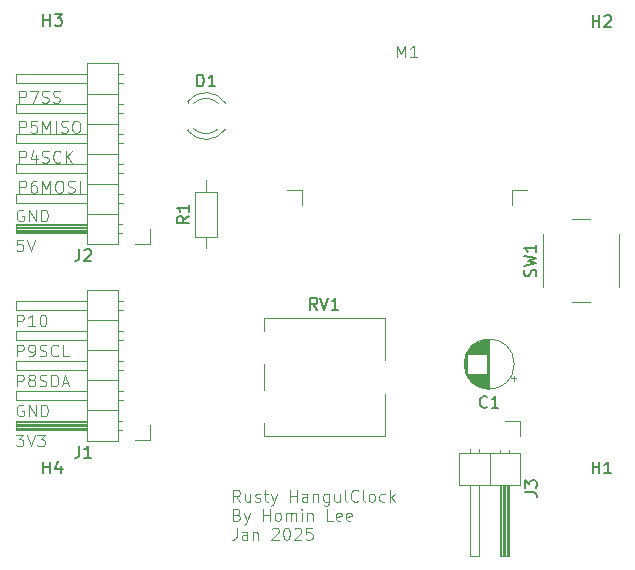
<source format=gbr>
%TF.GenerationSoftware,KiCad,Pcbnew,8.0.7*%
%TF.CreationDate,2025-01-02T11:10:57+09:00*%
%TF.ProjectId,rusty-hangulclock,72757374-792d-4686-916e-67756c636c6f,rev?*%
%TF.SameCoordinates,Original*%
%TF.FileFunction,Legend,Top*%
%TF.FilePolarity,Positive*%
%FSLAX46Y46*%
G04 Gerber Fmt 4.6, Leading zero omitted, Abs format (unit mm)*
G04 Created by KiCad (PCBNEW 8.0.7) date 2025-01-02 11:10:57*
%MOMM*%
%LPD*%
G01*
G04 APERTURE LIST*
%ADD10C,0.100000*%
%ADD11C,0.150000*%
%ADD12C,0.120000*%
G04 APERTURE END LIST*
D10*
X116703884Y-103492419D02*
X116703884Y-102492419D01*
X116703884Y-102492419D02*
X117084836Y-102492419D01*
X117084836Y-102492419D02*
X117180074Y-102540038D01*
X117180074Y-102540038D02*
X117227693Y-102587657D01*
X117227693Y-102587657D02*
X117275312Y-102682895D01*
X117275312Y-102682895D02*
X117275312Y-102825752D01*
X117275312Y-102825752D02*
X117227693Y-102920990D01*
X117227693Y-102920990D02*
X117180074Y-102968609D01*
X117180074Y-102968609D02*
X117084836Y-103016228D01*
X117084836Y-103016228D02*
X116703884Y-103016228D01*
X118132455Y-102492419D02*
X117941979Y-102492419D01*
X117941979Y-102492419D02*
X117846741Y-102540038D01*
X117846741Y-102540038D02*
X117799122Y-102587657D01*
X117799122Y-102587657D02*
X117703884Y-102730514D01*
X117703884Y-102730514D02*
X117656265Y-102920990D01*
X117656265Y-102920990D02*
X117656265Y-103301942D01*
X117656265Y-103301942D02*
X117703884Y-103397180D01*
X117703884Y-103397180D02*
X117751503Y-103444800D01*
X117751503Y-103444800D02*
X117846741Y-103492419D01*
X117846741Y-103492419D02*
X118037217Y-103492419D01*
X118037217Y-103492419D02*
X118132455Y-103444800D01*
X118132455Y-103444800D02*
X118180074Y-103397180D01*
X118180074Y-103397180D02*
X118227693Y-103301942D01*
X118227693Y-103301942D02*
X118227693Y-103063847D01*
X118227693Y-103063847D02*
X118180074Y-102968609D01*
X118180074Y-102968609D02*
X118132455Y-102920990D01*
X118132455Y-102920990D02*
X118037217Y-102873371D01*
X118037217Y-102873371D02*
X117846741Y-102873371D01*
X117846741Y-102873371D02*
X117751503Y-102920990D01*
X117751503Y-102920990D02*
X117703884Y-102968609D01*
X117703884Y-102968609D02*
X117656265Y-103063847D01*
X118656265Y-103492419D02*
X118656265Y-102492419D01*
X118656265Y-102492419D02*
X118989598Y-103206704D01*
X118989598Y-103206704D02*
X119322931Y-102492419D01*
X119322931Y-102492419D02*
X119322931Y-103492419D01*
X119989598Y-102492419D02*
X120180074Y-102492419D01*
X120180074Y-102492419D02*
X120275312Y-102540038D01*
X120275312Y-102540038D02*
X120370550Y-102635276D01*
X120370550Y-102635276D02*
X120418169Y-102825752D01*
X120418169Y-102825752D02*
X120418169Y-103159085D01*
X120418169Y-103159085D02*
X120370550Y-103349561D01*
X120370550Y-103349561D02*
X120275312Y-103444800D01*
X120275312Y-103444800D02*
X120180074Y-103492419D01*
X120180074Y-103492419D02*
X119989598Y-103492419D01*
X119989598Y-103492419D02*
X119894360Y-103444800D01*
X119894360Y-103444800D02*
X119799122Y-103349561D01*
X119799122Y-103349561D02*
X119751503Y-103159085D01*
X119751503Y-103159085D02*
X119751503Y-102825752D01*
X119751503Y-102825752D02*
X119799122Y-102635276D01*
X119799122Y-102635276D02*
X119894360Y-102540038D01*
X119894360Y-102540038D02*
X119989598Y-102492419D01*
X120799122Y-103444800D02*
X120941979Y-103492419D01*
X120941979Y-103492419D02*
X121180074Y-103492419D01*
X121180074Y-103492419D02*
X121275312Y-103444800D01*
X121275312Y-103444800D02*
X121322931Y-103397180D01*
X121322931Y-103397180D02*
X121370550Y-103301942D01*
X121370550Y-103301942D02*
X121370550Y-103206704D01*
X121370550Y-103206704D02*
X121322931Y-103111466D01*
X121322931Y-103111466D02*
X121275312Y-103063847D01*
X121275312Y-103063847D02*
X121180074Y-103016228D01*
X121180074Y-103016228D02*
X120989598Y-102968609D01*
X120989598Y-102968609D02*
X120894360Y-102920990D01*
X120894360Y-102920990D02*
X120846741Y-102873371D01*
X120846741Y-102873371D02*
X120799122Y-102778133D01*
X120799122Y-102778133D02*
X120799122Y-102682895D01*
X120799122Y-102682895D02*
X120846741Y-102587657D01*
X120846741Y-102587657D02*
X120894360Y-102540038D01*
X120894360Y-102540038D02*
X120989598Y-102492419D01*
X120989598Y-102492419D02*
X121227693Y-102492419D01*
X121227693Y-102492419D02*
X121370550Y-102540038D01*
X121799122Y-103492419D02*
X121799122Y-102492419D01*
X116703884Y-98412419D02*
X116703884Y-97412419D01*
X116703884Y-97412419D02*
X117084836Y-97412419D01*
X117084836Y-97412419D02*
X117180074Y-97460038D01*
X117180074Y-97460038D02*
X117227693Y-97507657D01*
X117227693Y-97507657D02*
X117275312Y-97602895D01*
X117275312Y-97602895D02*
X117275312Y-97745752D01*
X117275312Y-97745752D02*
X117227693Y-97840990D01*
X117227693Y-97840990D02*
X117180074Y-97888609D01*
X117180074Y-97888609D02*
X117084836Y-97936228D01*
X117084836Y-97936228D02*
X116703884Y-97936228D01*
X118180074Y-97412419D02*
X117703884Y-97412419D01*
X117703884Y-97412419D02*
X117656265Y-97888609D01*
X117656265Y-97888609D02*
X117703884Y-97840990D01*
X117703884Y-97840990D02*
X117799122Y-97793371D01*
X117799122Y-97793371D02*
X118037217Y-97793371D01*
X118037217Y-97793371D02*
X118132455Y-97840990D01*
X118132455Y-97840990D02*
X118180074Y-97888609D01*
X118180074Y-97888609D02*
X118227693Y-97983847D01*
X118227693Y-97983847D02*
X118227693Y-98221942D01*
X118227693Y-98221942D02*
X118180074Y-98317180D01*
X118180074Y-98317180D02*
X118132455Y-98364800D01*
X118132455Y-98364800D02*
X118037217Y-98412419D01*
X118037217Y-98412419D02*
X117799122Y-98412419D01*
X117799122Y-98412419D02*
X117703884Y-98364800D01*
X117703884Y-98364800D02*
X117656265Y-98317180D01*
X118656265Y-98412419D02*
X118656265Y-97412419D01*
X118656265Y-97412419D02*
X118989598Y-98126704D01*
X118989598Y-98126704D02*
X119322931Y-97412419D01*
X119322931Y-97412419D02*
X119322931Y-98412419D01*
X119799122Y-98412419D02*
X119799122Y-97412419D01*
X120227693Y-98364800D02*
X120370550Y-98412419D01*
X120370550Y-98412419D02*
X120608645Y-98412419D01*
X120608645Y-98412419D02*
X120703883Y-98364800D01*
X120703883Y-98364800D02*
X120751502Y-98317180D01*
X120751502Y-98317180D02*
X120799121Y-98221942D01*
X120799121Y-98221942D02*
X120799121Y-98126704D01*
X120799121Y-98126704D02*
X120751502Y-98031466D01*
X120751502Y-98031466D02*
X120703883Y-97983847D01*
X120703883Y-97983847D02*
X120608645Y-97936228D01*
X120608645Y-97936228D02*
X120418169Y-97888609D01*
X120418169Y-97888609D02*
X120322931Y-97840990D01*
X120322931Y-97840990D02*
X120275312Y-97793371D01*
X120275312Y-97793371D02*
X120227693Y-97698133D01*
X120227693Y-97698133D02*
X120227693Y-97602895D01*
X120227693Y-97602895D02*
X120275312Y-97507657D01*
X120275312Y-97507657D02*
X120322931Y-97460038D01*
X120322931Y-97460038D02*
X120418169Y-97412419D01*
X120418169Y-97412419D02*
X120656264Y-97412419D01*
X120656264Y-97412419D02*
X120799121Y-97460038D01*
X121418169Y-97412419D02*
X121608645Y-97412419D01*
X121608645Y-97412419D02*
X121703883Y-97460038D01*
X121703883Y-97460038D02*
X121799121Y-97555276D01*
X121799121Y-97555276D02*
X121846740Y-97745752D01*
X121846740Y-97745752D02*
X121846740Y-98079085D01*
X121846740Y-98079085D02*
X121799121Y-98269561D01*
X121799121Y-98269561D02*
X121703883Y-98364800D01*
X121703883Y-98364800D02*
X121608645Y-98412419D01*
X121608645Y-98412419D02*
X121418169Y-98412419D01*
X121418169Y-98412419D02*
X121322931Y-98364800D01*
X121322931Y-98364800D02*
X121227693Y-98269561D01*
X121227693Y-98269561D02*
X121180074Y-98079085D01*
X121180074Y-98079085D02*
X121180074Y-97745752D01*
X121180074Y-97745752D02*
X121227693Y-97555276D01*
X121227693Y-97555276D02*
X121322931Y-97460038D01*
X121322931Y-97460038D02*
X121418169Y-97412419D01*
X117032693Y-104965038D02*
X116937455Y-104917419D01*
X116937455Y-104917419D02*
X116794598Y-104917419D01*
X116794598Y-104917419D02*
X116651741Y-104965038D01*
X116651741Y-104965038D02*
X116556503Y-105060276D01*
X116556503Y-105060276D02*
X116508884Y-105155514D01*
X116508884Y-105155514D02*
X116461265Y-105345990D01*
X116461265Y-105345990D02*
X116461265Y-105488847D01*
X116461265Y-105488847D02*
X116508884Y-105679323D01*
X116508884Y-105679323D02*
X116556503Y-105774561D01*
X116556503Y-105774561D02*
X116651741Y-105869800D01*
X116651741Y-105869800D02*
X116794598Y-105917419D01*
X116794598Y-105917419D02*
X116889836Y-105917419D01*
X116889836Y-105917419D02*
X117032693Y-105869800D01*
X117032693Y-105869800D02*
X117080312Y-105822180D01*
X117080312Y-105822180D02*
X117080312Y-105488847D01*
X117080312Y-105488847D02*
X116889836Y-105488847D01*
X117508884Y-105917419D02*
X117508884Y-104917419D01*
X117508884Y-104917419D02*
X118080312Y-105917419D01*
X118080312Y-105917419D02*
X118080312Y-104917419D01*
X118556503Y-105917419D02*
X118556503Y-104917419D01*
X118556503Y-104917419D02*
X118794598Y-104917419D01*
X118794598Y-104917419D02*
X118937455Y-104965038D01*
X118937455Y-104965038D02*
X119032693Y-105060276D01*
X119032693Y-105060276D02*
X119080312Y-105155514D01*
X119080312Y-105155514D02*
X119127931Y-105345990D01*
X119127931Y-105345990D02*
X119127931Y-105488847D01*
X119127931Y-105488847D02*
X119080312Y-105679323D01*
X119080312Y-105679323D02*
X119032693Y-105774561D01*
X119032693Y-105774561D02*
X118937455Y-105869800D01*
X118937455Y-105869800D02*
X118794598Y-105917419D01*
X118794598Y-105917419D02*
X118556503Y-105917419D01*
X117032693Y-121475038D02*
X116937455Y-121427419D01*
X116937455Y-121427419D02*
X116794598Y-121427419D01*
X116794598Y-121427419D02*
X116651741Y-121475038D01*
X116651741Y-121475038D02*
X116556503Y-121570276D01*
X116556503Y-121570276D02*
X116508884Y-121665514D01*
X116508884Y-121665514D02*
X116461265Y-121855990D01*
X116461265Y-121855990D02*
X116461265Y-121998847D01*
X116461265Y-121998847D02*
X116508884Y-122189323D01*
X116508884Y-122189323D02*
X116556503Y-122284561D01*
X116556503Y-122284561D02*
X116651741Y-122379800D01*
X116651741Y-122379800D02*
X116794598Y-122427419D01*
X116794598Y-122427419D02*
X116889836Y-122427419D01*
X116889836Y-122427419D02*
X117032693Y-122379800D01*
X117032693Y-122379800D02*
X117080312Y-122332180D01*
X117080312Y-122332180D02*
X117080312Y-121998847D01*
X117080312Y-121998847D02*
X116889836Y-121998847D01*
X117508884Y-122427419D02*
X117508884Y-121427419D01*
X117508884Y-121427419D02*
X118080312Y-122427419D01*
X118080312Y-122427419D02*
X118080312Y-121427419D01*
X118556503Y-122427419D02*
X118556503Y-121427419D01*
X118556503Y-121427419D02*
X118794598Y-121427419D01*
X118794598Y-121427419D02*
X118937455Y-121475038D01*
X118937455Y-121475038D02*
X119032693Y-121570276D01*
X119032693Y-121570276D02*
X119080312Y-121665514D01*
X119080312Y-121665514D02*
X119127931Y-121855990D01*
X119127931Y-121855990D02*
X119127931Y-121998847D01*
X119127931Y-121998847D02*
X119080312Y-122189323D01*
X119080312Y-122189323D02*
X119032693Y-122284561D01*
X119032693Y-122284561D02*
X118937455Y-122379800D01*
X118937455Y-122379800D02*
X118794598Y-122427419D01*
X118794598Y-122427419D02*
X118556503Y-122427419D01*
X116508884Y-117347419D02*
X116508884Y-116347419D01*
X116508884Y-116347419D02*
X116889836Y-116347419D01*
X116889836Y-116347419D02*
X116985074Y-116395038D01*
X116985074Y-116395038D02*
X117032693Y-116442657D01*
X117032693Y-116442657D02*
X117080312Y-116537895D01*
X117080312Y-116537895D02*
X117080312Y-116680752D01*
X117080312Y-116680752D02*
X117032693Y-116775990D01*
X117032693Y-116775990D02*
X116985074Y-116823609D01*
X116985074Y-116823609D02*
X116889836Y-116871228D01*
X116889836Y-116871228D02*
X116508884Y-116871228D01*
X117556503Y-117347419D02*
X117746979Y-117347419D01*
X117746979Y-117347419D02*
X117842217Y-117299800D01*
X117842217Y-117299800D02*
X117889836Y-117252180D01*
X117889836Y-117252180D02*
X117985074Y-117109323D01*
X117985074Y-117109323D02*
X118032693Y-116918847D01*
X118032693Y-116918847D02*
X118032693Y-116537895D01*
X118032693Y-116537895D02*
X117985074Y-116442657D01*
X117985074Y-116442657D02*
X117937455Y-116395038D01*
X117937455Y-116395038D02*
X117842217Y-116347419D01*
X117842217Y-116347419D02*
X117651741Y-116347419D01*
X117651741Y-116347419D02*
X117556503Y-116395038D01*
X117556503Y-116395038D02*
X117508884Y-116442657D01*
X117508884Y-116442657D02*
X117461265Y-116537895D01*
X117461265Y-116537895D02*
X117461265Y-116775990D01*
X117461265Y-116775990D02*
X117508884Y-116871228D01*
X117508884Y-116871228D02*
X117556503Y-116918847D01*
X117556503Y-116918847D02*
X117651741Y-116966466D01*
X117651741Y-116966466D02*
X117842217Y-116966466D01*
X117842217Y-116966466D02*
X117937455Y-116918847D01*
X117937455Y-116918847D02*
X117985074Y-116871228D01*
X117985074Y-116871228D02*
X118032693Y-116775990D01*
X118413646Y-117299800D02*
X118556503Y-117347419D01*
X118556503Y-117347419D02*
X118794598Y-117347419D01*
X118794598Y-117347419D02*
X118889836Y-117299800D01*
X118889836Y-117299800D02*
X118937455Y-117252180D01*
X118937455Y-117252180D02*
X118985074Y-117156942D01*
X118985074Y-117156942D02*
X118985074Y-117061704D01*
X118985074Y-117061704D02*
X118937455Y-116966466D01*
X118937455Y-116966466D02*
X118889836Y-116918847D01*
X118889836Y-116918847D02*
X118794598Y-116871228D01*
X118794598Y-116871228D02*
X118604122Y-116823609D01*
X118604122Y-116823609D02*
X118508884Y-116775990D01*
X118508884Y-116775990D02*
X118461265Y-116728371D01*
X118461265Y-116728371D02*
X118413646Y-116633133D01*
X118413646Y-116633133D02*
X118413646Y-116537895D01*
X118413646Y-116537895D02*
X118461265Y-116442657D01*
X118461265Y-116442657D02*
X118508884Y-116395038D01*
X118508884Y-116395038D02*
X118604122Y-116347419D01*
X118604122Y-116347419D02*
X118842217Y-116347419D01*
X118842217Y-116347419D02*
X118985074Y-116395038D01*
X119985074Y-117252180D02*
X119937455Y-117299800D01*
X119937455Y-117299800D02*
X119794598Y-117347419D01*
X119794598Y-117347419D02*
X119699360Y-117347419D01*
X119699360Y-117347419D02*
X119556503Y-117299800D01*
X119556503Y-117299800D02*
X119461265Y-117204561D01*
X119461265Y-117204561D02*
X119413646Y-117109323D01*
X119413646Y-117109323D02*
X119366027Y-116918847D01*
X119366027Y-116918847D02*
X119366027Y-116775990D01*
X119366027Y-116775990D02*
X119413646Y-116585514D01*
X119413646Y-116585514D02*
X119461265Y-116490276D01*
X119461265Y-116490276D02*
X119556503Y-116395038D01*
X119556503Y-116395038D02*
X119699360Y-116347419D01*
X119699360Y-116347419D02*
X119794598Y-116347419D01*
X119794598Y-116347419D02*
X119937455Y-116395038D01*
X119937455Y-116395038D02*
X119985074Y-116442657D01*
X120889836Y-117347419D02*
X120413646Y-117347419D01*
X120413646Y-117347419D02*
X120413646Y-116347419D01*
X116508884Y-114807419D02*
X116508884Y-113807419D01*
X116508884Y-113807419D02*
X116889836Y-113807419D01*
X116889836Y-113807419D02*
X116985074Y-113855038D01*
X116985074Y-113855038D02*
X117032693Y-113902657D01*
X117032693Y-113902657D02*
X117080312Y-113997895D01*
X117080312Y-113997895D02*
X117080312Y-114140752D01*
X117080312Y-114140752D02*
X117032693Y-114235990D01*
X117032693Y-114235990D02*
X116985074Y-114283609D01*
X116985074Y-114283609D02*
X116889836Y-114331228D01*
X116889836Y-114331228D02*
X116508884Y-114331228D01*
X118032693Y-114807419D02*
X117461265Y-114807419D01*
X117746979Y-114807419D02*
X117746979Y-113807419D01*
X117746979Y-113807419D02*
X117651741Y-113950276D01*
X117651741Y-113950276D02*
X117556503Y-114045514D01*
X117556503Y-114045514D02*
X117461265Y-114093133D01*
X118651741Y-113807419D02*
X118746979Y-113807419D01*
X118746979Y-113807419D02*
X118842217Y-113855038D01*
X118842217Y-113855038D02*
X118889836Y-113902657D01*
X118889836Y-113902657D02*
X118937455Y-113997895D01*
X118937455Y-113997895D02*
X118985074Y-114188371D01*
X118985074Y-114188371D02*
X118985074Y-114426466D01*
X118985074Y-114426466D02*
X118937455Y-114616942D01*
X118937455Y-114616942D02*
X118889836Y-114712180D01*
X118889836Y-114712180D02*
X118842217Y-114759800D01*
X118842217Y-114759800D02*
X118746979Y-114807419D01*
X118746979Y-114807419D02*
X118651741Y-114807419D01*
X118651741Y-114807419D02*
X118556503Y-114759800D01*
X118556503Y-114759800D02*
X118508884Y-114712180D01*
X118508884Y-114712180D02*
X118461265Y-114616942D01*
X118461265Y-114616942D02*
X118413646Y-114426466D01*
X118413646Y-114426466D02*
X118413646Y-114188371D01*
X118413646Y-114188371D02*
X118461265Y-113997895D01*
X118461265Y-113997895D02*
X118508884Y-113902657D01*
X118508884Y-113902657D02*
X118556503Y-113855038D01*
X118556503Y-113855038D02*
X118651741Y-113807419D01*
X116703884Y-100952419D02*
X116703884Y-99952419D01*
X116703884Y-99952419D02*
X117084836Y-99952419D01*
X117084836Y-99952419D02*
X117180074Y-100000038D01*
X117180074Y-100000038D02*
X117227693Y-100047657D01*
X117227693Y-100047657D02*
X117275312Y-100142895D01*
X117275312Y-100142895D02*
X117275312Y-100285752D01*
X117275312Y-100285752D02*
X117227693Y-100380990D01*
X117227693Y-100380990D02*
X117180074Y-100428609D01*
X117180074Y-100428609D02*
X117084836Y-100476228D01*
X117084836Y-100476228D02*
X116703884Y-100476228D01*
X118132455Y-100285752D02*
X118132455Y-100952419D01*
X117894360Y-99904800D02*
X117656265Y-100619085D01*
X117656265Y-100619085D02*
X118275312Y-100619085D01*
X118608646Y-100904800D02*
X118751503Y-100952419D01*
X118751503Y-100952419D02*
X118989598Y-100952419D01*
X118989598Y-100952419D02*
X119084836Y-100904800D01*
X119084836Y-100904800D02*
X119132455Y-100857180D01*
X119132455Y-100857180D02*
X119180074Y-100761942D01*
X119180074Y-100761942D02*
X119180074Y-100666704D01*
X119180074Y-100666704D02*
X119132455Y-100571466D01*
X119132455Y-100571466D02*
X119084836Y-100523847D01*
X119084836Y-100523847D02*
X118989598Y-100476228D01*
X118989598Y-100476228D02*
X118799122Y-100428609D01*
X118799122Y-100428609D02*
X118703884Y-100380990D01*
X118703884Y-100380990D02*
X118656265Y-100333371D01*
X118656265Y-100333371D02*
X118608646Y-100238133D01*
X118608646Y-100238133D02*
X118608646Y-100142895D01*
X118608646Y-100142895D02*
X118656265Y-100047657D01*
X118656265Y-100047657D02*
X118703884Y-100000038D01*
X118703884Y-100000038D02*
X118799122Y-99952419D01*
X118799122Y-99952419D02*
X119037217Y-99952419D01*
X119037217Y-99952419D02*
X119180074Y-100000038D01*
X120180074Y-100857180D02*
X120132455Y-100904800D01*
X120132455Y-100904800D02*
X119989598Y-100952419D01*
X119989598Y-100952419D02*
X119894360Y-100952419D01*
X119894360Y-100952419D02*
X119751503Y-100904800D01*
X119751503Y-100904800D02*
X119656265Y-100809561D01*
X119656265Y-100809561D02*
X119608646Y-100714323D01*
X119608646Y-100714323D02*
X119561027Y-100523847D01*
X119561027Y-100523847D02*
X119561027Y-100380990D01*
X119561027Y-100380990D02*
X119608646Y-100190514D01*
X119608646Y-100190514D02*
X119656265Y-100095276D01*
X119656265Y-100095276D02*
X119751503Y-100000038D01*
X119751503Y-100000038D02*
X119894360Y-99952419D01*
X119894360Y-99952419D02*
X119989598Y-99952419D01*
X119989598Y-99952419D02*
X120132455Y-100000038D01*
X120132455Y-100000038D02*
X120180074Y-100047657D01*
X120608646Y-100952419D02*
X120608646Y-99952419D01*
X121180074Y-100952419D02*
X120751503Y-100380990D01*
X121180074Y-99952419D02*
X120608646Y-100523847D01*
X116703884Y-95872419D02*
X116703884Y-94872419D01*
X116703884Y-94872419D02*
X117084836Y-94872419D01*
X117084836Y-94872419D02*
X117180074Y-94920038D01*
X117180074Y-94920038D02*
X117227693Y-94967657D01*
X117227693Y-94967657D02*
X117275312Y-95062895D01*
X117275312Y-95062895D02*
X117275312Y-95205752D01*
X117275312Y-95205752D02*
X117227693Y-95300990D01*
X117227693Y-95300990D02*
X117180074Y-95348609D01*
X117180074Y-95348609D02*
X117084836Y-95396228D01*
X117084836Y-95396228D02*
X116703884Y-95396228D01*
X117608646Y-94872419D02*
X118275312Y-94872419D01*
X118275312Y-94872419D02*
X117846741Y-95872419D01*
X118608646Y-95824800D02*
X118751503Y-95872419D01*
X118751503Y-95872419D02*
X118989598Y-95872419D01*
X118989598Y-95872419D02*
X119084836Y-95824800D01*
X119084836Y-95824800D02*
X119132455Y-95777180D01*
X119132455Y-95777180D02*
X119180074Y-95681942D01*
X119180074Y-95681942D02*
X119180074Y-95586704D01*
X119180074Y-95586704D02*
X119132455Y-95491466D01*
X119132455Y-95491466D02*
X119084836Y-95443847D01*
X119084836Y-95443847D02*
X118989598Y-95396228D01*
X118989598Y-95396228D02*
X118799122Y-95348609D01*
X118799122Y-95348609D02*
X118703884Y-95300990D01*
X118703884Y-95300990D02*
X118656265Y-95253371D01*
X118656265Y-95253371D02*
X118608646Y-95158133D01*
X118608646Y-95158133D02*
X118608646Y-95062895D01*
X118608646Y-95062895D02*
X118656265Y-94967657D01*
X118656265Y-94967657D02*
X118703884Y-94920038D01*
X118703884Y-94920038D02*
X118799122Y-94872419D01*
X118799122Y-94872419D02*
X119037217Y-94872419D01*
X119037217Y-94872419D02*
X119180074Y-94920038D01*
X119561027Y-95824800D02*
X119703884Y-95872419D01*
X119703884Y-95872419D02*
X119941979Y-95872419D01*
X119941979Y-95872419D02*
X120037217Y-95824800D01*
X120037217Y-95824800D02*
X120084836Y-95777180D01*
X120084836Y-95777180D02*
X120132455Y-95681942D01*
X120132455Y-95681942D02*
X120132455Y-95586704D01*
X120132455Y-95586704D02*
X120084836Y-95491466D01*
X120084836Y-95491466D02*
X120037217Y-95443847D01*
X120037217Y-95443847D02*
X119941979Y-95396228D01*
X119941979Y-95396228D02*
X119751503Y-95348609D01*
X119751503Y-95348609D02*
X119656265Y-95300990D01*
X119656265Y-95300990D02*
X119608646Y-95253371D01*
X119608646Y-95253371D02*
X119561027Y-95158133D01*
X119561027Y-95158133D02*
X119561027Y-95062895D01*
X119561027Y-95062895D02*
X119608646Y-94967657D01*
X119608646Y-94967657D02*
X119656265Y-94920038D01*
X119656265Y-94920038D02*
X119751503Y-94872419D01*
X119751503Y-94872419D02*
X119989598Y-94872419D01*
X119989598Y-94872419D02*
X120132455Y-94920038D01*
X116985074Y-107457419D02*
X116508884Y-107457419D01*
X116508884Y-107457419D02*
X116461265Y-107933609D01*
X116461265Y-107933609D02*
X116508884Y-107885990D01*
X116508884Y-107885990D02*
X116604122Y-107838371D01*
X116604122Y-107838371D02*
X116842217Y-107838371D01*
X116842217Y-107838371D02*
X116937455Y-107885990D01*
X116937455Y-107885990D02*
X116985074Y-107933609D01*
X116985074Y-107933609D02*
X117032693Y-108028847D01*
X117032693Y-108028847D02*
X117032693Y-108266942D01*
X117032693Y-108266942D02*
X116985074Y-108362180D01*
X116985074Y-108362180D02*
X116937455Y-108409800D01*
X116937455Y-108409800D02*
X116842217Y-108457419D01*
X116842217Y-108457419D02*
X116604122Y-108457419D01*
X116604122Y-108457419D02*
X116508884Y-108409800D01*
X116508884Y-108409800D02*
X116461265Y-108362180D01*
X117318408Y-107457419D02*
X117651741Y-108457419D01*
X117651741Y-108457419D02*
X117985074Y-107457419D01*
X135375312Y-129652531D02*
X135041979Y-129176340D01*
X134803884Y-129652531D02*
X134803884Y-128652531D01*
X134803884Y-128652531D02*
X135184836Y-128652531D01*
X135184836Y-128652531D02*
X135280074Y-128700150D01*
X135280074Y-128700150D02*
X135327693Y-128747769D01*
X135327693Y-128747769D02*
X135375312Y-128843007D01*
X135375312Y-128843007D02*
X135375312Y-128985864D01*
X135375312Y-128985864D02*
X135327693Y-129081102D01*
X135327693Y-129081102D02*
X135280074Y-129128721D01*
X135280074Y-129128721D02*
X135184836Y-129176340D01*
X135184836Y-129176340D02*
X134803884Y-129176340D01*
X136232455Y-128985864D02*
X136232455Y-129652531D01*
X135803884Y-128985864D02*
X135803884Y-129509673D01*
X135803884Y-129509673D02*
X135851503Y-129604912D01*
X135851503Y-129604912D02*
X135946741Y-129652531D01*
X135946741Y-129652531D02*
X136089598Y-129652531D01*
X136089598Y-129652531D02*
X136184836Y-129604912D01*
X136184836Y-129604912D02*
X136232455Y-129557292D01*
X136661027Y-129604912D02*
X136756265Y-129652531D01*
X136756265Y-129652531D02*
X136946741Y-129652531D01*
X136946741Y-129652531D02*
X137041979Y-129604912D01*
X137041979Y-129604912D02*
X137089598Y-129509673D01*
X137089598Y-129509673D02*
X137089598Y-129462054D01*
X137089598Y-129462054D02*
X137041979Y-129366816D01*
X137041979Y-129366816D02*
X136946741Y-129319197D01*
X136946741Y-129319197D02*
X136803884Y-129319197D01*
X136803884Y-129319197D02*
X136708646Y-129271578D01*
X136708646Y-129271578D02*
X136661027Y-129176340D01*
X136661027Y-129176340D02*
X136661027Y-129128721D01*
X136661027Y-129128721D02*
X136708646Y-129033483D01*
X136708646Y-129033483D02*
X136803884Y-128985864D01*
X136803884Y-128985864D02*
X136946741Y-128985864D01*
X136946741Y-128985864D02*
X137041979Y-129033483D01*
X137375313Y-128985864D02*
X137756265Y-128985864D01*
X137518170Y-128652531D02*
X137518170Y-129509673D01*
X137518170Y-129509673D02*
X137565789Y-129604912D01*
X137565789Y-129604912D02*
X137661027Y-129652531D01*
X137661027Y-129652531D02*
X137756265Y-129652531D01*
X137994361Y-128985864D02*
X138232456Y-129652531D01*
X138470551Y-128985864D02*
X138232456Y-129652531D01*
X138232456Y-129652531D02*
X138137218Y-129890626D01*
X138137218Y-129890626D02*
X138089599Y-129938245D01*
X138089599Y-129938245D02*
X137994361Y-129985864D01*
X139613409Y-129652531D02*
X139613409Y-128652531D01*
X139613409Y-129128721D02*
X140184837Y-129128721D01*
X140184837Y-129652531D02*
X140184837Y-128652531D01*
X141089599Y-129652531D02*
X141089599Y-129128721D01*
X141089599Y-129128721D02*
X141041980Y-129033483D01*
X141041980Y-129033483D02*
X140946742Y-128985864D01*
X140946742Y-128985864D02*
X140756266Y-128985864D01*
X140756266Y-128985864D02*
X140661028Y-129033483D01*
X141089599Y-129604912D02*
X140994361Y-129652531D01*
X140994361Y-129652531D02*
X140756266Y-129652531D01*
X140756266Y-129652531D02*
X140661028Y-129604912D01*
X140661028Y-129604912D02*
X140613409Y-129509673D01*
X140613409Y-129509673D02*
X140613409Y-129414435D01*
X140613409Y-129414435D02*
X140661028Y-129319197D01*
X140661028Y-129319197D02*
X140756266Y-129271578D01*
X140756266Y-129271578D02*
X140994361Y-129271578D01*
X140994361Y-129271578D02*
X141089599Y-129223959D01*
X141565790Y-128985864D02*
X141565790Y-129652531D01*
X141565790Y-129081102D02*
X141613409Y-129033483D01*
X141613409Y-129033483D02*
X141708647Y-128985864D01*
X141708647Y-128985864D02*
X141851504Y-128985864D01*
X141851504Y-128985864D02*
X141946742Y-129033483D01*
X141946742Y-129033483D02*
X141994361Y-129128721D01*
X141994361Y-129128721D02*
X141994361Y-129652531D01*
X142899123Y-128985864D02*
X142899123Y-129795388D01*
X142899123Y-129795388D02*
X142851504Y-129890626D01*
X142851504Y-129890626D02*
X142803885Y-129938245D01*
X142803885Y-129938245D02*
X142708647Y-129985864D01*
X142708647Y-129985864D02*
X142565790Y-129985864D01*
X142565790Y-129985864D02*
X142470552Y-129938245D01*
X142899123Y-129604912D02*
X142803885Y-129652531D01*
X142803885Y-129652531D02*
X142613409Y-129652531D01*
X142613409Y-129652531D02*
X142518171Y-129604912D01*
X142518171Y-129604912D02*
X142470552Y-129557292D01*
X142470552Y-129557292D02*
X142422933Y-129462054D01*
X142422933Y-129462054D02*
X142422933Y-129176340D01*
X142422933Y-129176340D02*
X142470552Y-129081102D01*
X142470552Y-129081102D02*
X142518171Y-129033483D01*
X142518171Y-129033483D02*
X142613409Y-128985864D01*
X142613409Y-128985864D02*
X142803885Y-128985864D01*
X142803885Y-128985864D02*
X142899123Y-129033483D01*
X143803885Y-128985864D02*
X143803885Y-129652531D01*
X143375314Y-128985864D02*
X143375314Y-129509673D01*
X143375314Y-129509673D02*
X143422933Y-129604912D01*
X143422933Y-129604912D02*
X143518171Y-129652531D01*
X143518171Y-129652531D02*
X143661028Y-129652531D01*
X143661028Y-129652531D02*
X143756266Y-129604912D01*
X143756266Y-129604912D02*
X143803885Y-129557292D01*
X144422933Y-129652531D02*
X144327695Y-129604912D01*
X144327695Y-129604912D02*
X144280076Y-129509673D01*
X144280076Y-129509673D02*
X144280076Y-128652531D01*
X145375314Y-129557292D02*
X145327695Y-129604912D01*
X145327695Y-129604912D02*
X145184838Y-129652531D01*
X145184838Y-129652531D02*
X145089600Y-129652531D01*
X145089600Y-129652531D02*
X144946743Y-129604912D01*
X144946743Y-129604912D02*
X144851505Y-129509673D01*
X144851505Y-129509673D02*
X144803886Y-129414435D01*
X144803886Y-129414435D02*
X144756267Y-129223959D01*
X144756267Y-129223959D02*
X144756267Y-129081102D01*
X144756267Y-129081102D02*
X144803886Y-128890626D01*
X144803886Y-128890626D02*
X144851505Y-128795388D01*
X144851505Y-128795388D02*
X144946743Y-128700150D01*
X144946743Y-128700150D02*
X145089600Y-128652531D01*
X145089600Y-128652531D02*
X145184838Y-128652531D01*
X145184838Y-128652531D02*
X145327695Y-128700150D01*
X145327695Y-128700150D02*
X145375314Y-128747769D01*
X145946743Y-129652531D02*
X145851505Y-129604912D01*
X145851505Y-129604912D02*
X145803886Y-129509673D01*
X145803886Y-129509673D02*
X145803886Y-128652531D01*
X146470553Y-129652531D02*
X146375315Y-129604912D01*
X146375315Y-129604912D02*
X146327696Y-129557292D01*
X146327696Y-129557292D02*
X146280077Y-129462054D01*
X146280077Y-129462054D02*
X146280077Y-129176340D01*
X146280077Y-129176340D02*
X146327696Y-129081102D01*
X146327696Y-129081102D02*
X146375315Y-129033483D01*
X146375315Y-129033483D02*
X146470553Y-128985864D01*
X146470553Y-128985864D02*
X146613410Y-128985864D01*
X146613410Y-128985864D02*
X146708648Y-129033483D01*
X146708648Y-129033483D02*
X146756267Y-129081102D01*
X146756267Y-129081102D02*
X146803886Y-129176340D01*
X146803886Y-129176340D02*
X146803886Y-129462054D01*
X146803886Y-129462054D02*
X146756267Y-129557292D01*
X146756267Y-129557292D02*
X146708648Y-129604912D01*
X146708648Y-129604912D02*
X146613410Y-129652531D01*
X146613410Y-129652531D02*
X146470553Y-129652531D01*
X147661029Y-129604912D02*
X147565791Y-129652531D01*
X147565791Y-129652531D02*
X147375315Y-129652531D01*
X147375315Y-129652531D02*
X147280077Y-129604912D01*
X147280077Y-129604912D02*
X147232458Y-129557292D01*
X147232458Y-129557292D02*
X147184839Y-129462054D01*
X147184839Y-129462054D02*
X147184839Y-129176340D01*
X147184839Y-129176340D02*
X147232458Y-129081102D01*
X147232458Y-129081102D02*
X147280077Y-129033483D01*
X147280077Y-129033483D02*
X147375315Y-128985864D01*
X147375315Y-128985864D02*
X147565791Y-128985864D01*
X147565791Y-128985864D02*
X147661029Y-129033483D01*
X148089601Y-129652531D02*
X148089601Y-128652531D01*
X148184839Y-129271578D02*
X148470553Y-129652531D01*
X148470553Y-128985864D02*
X148089601Y-129366816D01*
X135137217Y-130738665D02*
X135280074Y-130786284D01*
X135280074Y-130786284D02*
X135327693Y-130833903D01*
X135327693Y-130833903D02*
X135375312Y-130929141D01*
X135375312Y-130929141D02*
X135375312Y-131071998D01*
X135375312Y-131071998D02*
X135327693Y-131167236D01*
X135327693Y-131167236D02*
X135280074Y-131214856D01*
X135280074Y-131214856D02*
X135184836Y-131262475D01*
X135184836Y-131262475D02*
X134803884Y-131262475D01*
X134803884Y-131262475D02*
X134803884Y-130262475D01*
X134803884Y-130262475D02*
X135137217Y-130262475D01*
X135137217Y-130262475D02*
X135232455Y-130310094D01*
X135232455Y-130310094D02*
X135280074Y-130357713D01*
X135280074Y-130357713D02*
X135327693Y-130452951D01*
X135327693Y-130452951D02*
X135327693Y-130548189D01*
X135327693Y-130548189D02*
X135280074Y-130643427D01*
X135280074Y-130643427D02*
X135232455Y-130691046D01*
X135232455Y-130691046D02*
X135137217Y-130738665D01*
X135137217Y-130738665D02*
X134803884Y-130738665D01*
X135708646Y-130595808D02*
X135946741Y-131262475D01*
X136184836Y-130595808D02*
X135946741Y-131262475D01*
X135946741Y-131262475D02*
X135851503Y-131500570D01*
X135851503Y-131500570D02*
X135803884Y-131548189D01*
X135803884Y-131548189D02*
X135708646Y-131595808D01*
X137327694Y-131262475D02*
X137327694Y-130262475D01*
X137327694Y-130738665D02*
X137899122Y-130738665D01*
X137899122Y-131262475D02*
X137899122Y-130262475D01*
X138518170Y-131262475D02*
X138422932Y-131214856D01*
X138422932Y-131214856D02*
X138375313Y-131167236D01*
X138375313Y-131167236D02*
X138327694Y-131071998D01*
X138327694Y-131071998D02*
X138327694Y-130786284D01*
X138327694Y-130786284D02*
X138375313Y-130691046D01*
X138375313Y-130691046D02*
X138422932Y-130643427D01*
X138422932Y-130643427D02*
X138518170Y-130595808D01*
X138518170Y-130595808D02*
X138661027Y-130595808D01*
X138661027Y-130595808D02*
X138756265Y-130643427D01*
X138756265Y-130643427D02*
X138803884Y-130691046D01*
X138803884Y-130691046D02*
X138851503Y-130786284D01*
X138851503Y-130786284D02*
X138851503Y-131071998D01*
X138851503Y-131071998D02*
X138803884Y-131167236D01*
X138803884Y-131167236D02*
X138756265Y-131214856D01*
X138756265Y-131214856D02*
X138661027Y-131262475D01*
X138661027Y-131262475D02*
X138518170Y-131262475D01*
X139280075Y-131262475D02*
X139280075Y-130595808D01*
X139280075Y-130691046D02*
X139327694Y-130643427D01*
X139327694Y-130643427D02*
X139422932Y-130595808D01*
X139422932Y-130595808D02*
X139565789Y-130595808D01*
X139565789Y-130595808D02*
X139661027Y-130643427D01*
X139661027Y-130643427D02*
X139708646Y-130738665D01*
X139708646Y-130738665D02*
X139708646Y-131262475D01*
X139708646Y-130738665D02*
X139756265Y-130643427D01*
X139756265Y-130643427D02*
X139851503Y-130595808D01*
X139851503Y-130595808D02*
X139994360Y-130595808D01*
X139994360Y-130595808D02*
X140089599Y-130643427D01*
X140089599Y-130643427D02*
X140137218Y-130738665D01*
X140137218Y-130738665D02*
X140137218Y-131262475D01*
X140613408Y-131262475D02*
X140613408Y-130595808D01*
X140613408Y-130262475D02*
X140565789Y-130310094D01*
X140565789Y-130310094D02*
X140613408Y-130357713D01*
X140613408Y-130357713D02*
X140661027Y-130310094D01*
X140661027Y-130310094D02*
X140613408Y-130262475D01*
X140613408Y-130262475D02*
X140613408Y-130357713D01*
X141089598Y-130595808D02*
X141089598Y-131262475D01*
X141089598Y-130691046D02*
X141137217Y-130643427D01*
X141137217Y-130643427D02*
X141232455Y-130595808D01*
X141232455Y-130595808D02*
X141375312Y-130595808D01*
X141375312Y-130595808D02*
X141470550Y-130643427D01*
X141470550Y-130643427D02*
X141518169Y-130738665D01*
X141518169Y-130738665D02*
X141518169Y-131262475D01*
X143232455Y-131262475D02*
X142756265Y-131262475D01*
X142756265Y-131262475D02*
X142756265Y-130262475D01*
X143946741Y-131214856D02*
X143851503Y-131262475D01*
X143851503Y-131262475D02*
X143661027Y-131262475D01*
X143661027Y-131262475D02*
X143565789Y-131214856D01*
X143565789Y-131214856D02*
X143518170Y-131119617D01*
X143518170Y-131119617D02*
X143518170Y-130738665D01*
X143518170Y-130738665D02*
X143565789Y-130643427D01*
X143565789Y-130643427D02*
X143661027Y-130595808D01*
X143661027Y-130595808D02*
X143851503Y-130595808D01*
X143851503Y-130595808D02*
X143946741Y-130643427D01*
X143946741Y-130643427D02*
X143994360Y-130738665D01*
X143994360Y-130738665D02*
X143994360Y-130833903D01*
X143994360Y-130833903D02*
X143518170Y-130929141D01*
X144803884Y-131214856D02*
X144708646Y-131262475D01*
X144708646Y-131262475D02*
X144518170Y-131262475D01*
X144518170Y-131262475D02*
X144422932Y-131214856D01*
X144422932Y-131214856D02*
X144375313Y-131119617D01*
X144375313Y-131119617D02*
X144375313Y-130738665D01*
X144375313Y-130738665D02*
X144422932Y-130643427D01*
X144422932Y-130643427D02*
X144518170Y-130595808D01*
X144518170Y-130595808D02*
X144708646Y-130595808D01*
X144708646Y-130595808D02*
X144803884Y-130643427D01*
X144803884Y-130643427D02*
X144851503Y-130738665D01*
X144851503Y-130738665D02*
X144851503Y-130833903D01*
X144851503Y-130833903D02*
X144375313Y-130929141D01*
X135089598Y-131872419D02*
X135089598Y-132586704D01*
X135089598Y-132586704D02*
X135041979Y-132729561D01*
X135041979Y-132729561D02*
X134946741Y-132824800D01*
X134946741Y-132824800D02*
X134803884Y-132872419D01*
X134803884Y-132872419D02*
X134708646Y-132872419D01*
X135994360Y-132872419D02*
X135994360Y-132348609D01*
X135994360Y-132348609D02*
X135946741Y-132253371D01*
X135946741Y-132253371D02*
X135851503Y-132205752D01*
X135851503Y-132205752D02*
X135661027Y-132205752D01*
X135661027Y-132205752D02*
X135565789Y-132253371D01*
X135994360Y-132824800D02*
X135899122Y-132872419D01*
X135899122Y-132872419D02*
X135661027Y-132872419D01*
X135661027Y-132872419D02*
X135565789Y-132824800D01*
X135565789Y-132824800D02*
X135518170Y-132729561D01*
X135518170Y-132729561D02*
X135518170Y-132634323D01*
X135518170Y-132634323D02*
X135565789Y-132539085D01*
X135565789Y-132539085D02*
X135661027Y-132491466D01*
X135661027Y-132491466D02*
X135899122Y-132491466D01*
X135899122Y-132491466D02*
X135994360Y-132443847D01*
X136470551Y-132205752D02*
X136470551Y-132872419D01*
X136470551Y-132300990D02*
X136518170Y-132253371D01*
X136518170Y-132253371D02*
X136613408Y-132205752D01*
X136613408Y-132205752D02*
X136756265Y-132205752D01*
X136756265Y-132205752D02*
X136851503Y-132253371D01*
X136851503Y-132253371D02*
X136899122Y-132348609D01*
X136899122Y-132348609D02*
X136899122Y-132872419D01*
X138089599Y-131967657D02*
X138137218Y-131920038D01*
X138137218Y-131920038D02*
X138232456Y-131872419D01*
X138232456Y-131872419D02*
X138470551Y-131872419D01*
X138470551Y-131872419D02*
X138565789Y-131920038D01*
X138565789Y-131920038D02*
X138613408Y-131967657D01*
X138613408Y-131967657D02*
X138661027Y-132062895D01*
X138661027Y-132062895D02*
X138661027Y-132158133D01*
X138661027Y-132158133D02*
X138613408Y-132300990D01*
X138613408Y-132300990D02*
X138041980Y-132872419D01*
X138041980Y-132872419D02*
X138661027Y-132872419D01*
X139280075Y-131872419D02*
X139375313Y-131872419D01*
X139375313Y-131872419D02*
X139470551Y-131920038D01*
X139470551Y-131920038D02*
X139518170Y-131967657D01*
X139518170Y-131967657D02*
X139565789Y-132062895D01*
X139565789Y-132062895D02*
X139613408Y-132253371D01*
X139613408Y-132253371D02*
X139613408Y-132491466D01*
X139613408Y-132491466D02*
X139565789Y-132681942D01*
X139565789Y-132681942D02*
X139518170Y-132777180D01*
X139518170Y-132777180D02*
X139470551Y-132824800D01*
X139470551Y-132824800D02*
X139375313Y-132872419D01*
X139375313Y-132872419D02*
X139280075Y-132872419D01*
X139280075Y-132872419D02*
X139184837Y-132824800D01*
X139184837Y-132824800D02*
X139137218Y-132777180D01*
X139137218Y-132777180D02*
X139089599Y-132681942D01*
X139089599Y-132681942D02*
X139041980Y-132491466D01*
X139041980Y-132491466D02*
X139041980Y-132253371D01*
X139041980Y-132253371D02*
X139089599Y-132062895D01*
X139089599Y-132062895D02*
X139137218Y-131967657D01*
X139137218Y-131967657D02*
X139184837Y-131920038D01*
X139184837Y-131920038D02*
X139280075Y-131872419D01*
X139994361Y-131967657D02*
X140041980Y-131920038D01*
X140041980Y-131920038D02*
X140137218Y-131872419D01*
X140137218Y-131872419D02*
X140375313Y-131872419D01*
X140375313Y-131872419D02*
X140470551Y-131920038D01*
X140470551Y-131920038D02*
X140518170Y-131967657D01*
X140518170Y-131967657D02*
X140565789Y-132062895D01*
X140565789Y-132062895D02*
X140565789Y-132158133D01*
X140565789Y-132158133D02*
X140518170Y-132300990D01*
X140518170Y-132300990D02*
X139946742Y-132872419D01*
X139946742Y-132872419D02*
X140565789Y-132872419D01*
X141470551Y-131872419D02*
X140994361Y-131872419D01*
X140994361Y-131872419D02*
X140946742Y-132348609D01*
X140946742Y-132348609D02*
X140994361Y-132300990D01*
X140994361Y-132300990D02*
X141089599Y-132253371D01*
X141089599Y-132253371D02*
X141327694Y-132253371D01*
X141327694Y-132253371D02*
X141422932Y-132300990D01*
X141422932Y-132300990D02*
X141470551Y-132348609D01*
X141470551Y-132348609D02*
X141518170Y-132443847D01*
X141518170Y-132443847D02*
X141518170Y-132681942D01*
X141518170Y-132681942D02*
X141470551Y-132777180D01*
X141470551Y-132777180D02*
X141422932Y-132824800D01*
X141422932Y-132824800D02*
X141327694Y-132872419D01*
X141327694Y-132872419D02*
X141089599Y-132872419D01*
X141089599Y-132872419D02*
X140994361Y-132824800D01*
X140994361Y-132824800D02*
X140946742Y-132777180D01*
X116508884Y-119887419D02*
X116508884Y-118887419D01*
X116508884Y-118887419D02*
X116889836Y-118887419D01*
X116889836Y-118887419D02*
X116985074Y-118935038D01*
X116985074Y-118935038D02*
X117032693Y-118982657D01*
X117032693Y-118982657D02*
X117080312Y-119077895D01*
X117080312Y-119077895D02*
X117080312Y-119220752D01*
X117080312Y-119220752D02*
X117032693Y-119315990D01*
X117032693Y-119315990D02*
X116985074Y-119363609D01*
X116985074Y-119363609D02*
X116889836Y-119411228D01*
X116889836Y-119411228D02*
X116508884Y-119411228D01*
X117651741Y-119315990D02*
X117556503Y-119268371D01*
X117556503Y-119268371D02*
X117508884Y-119220752D01*
X117508884Y-119220752D02*
X117461265Y-119125514D01*
X117461265Y-119125514D02*
X117461265Y-119077895D01*
X117461265Y-119077895D02*
X117508884Y-118982657D01*
X117508884Y-118982657D02*
X117556503Y-118935038D01*
X117556503Y-118935038D02*
X117651741Y-118887419D01*
X117651741Y-118887419D02*
X117842217Y-118887419D01*
X117842217Y-118887419D02*
X117937455Y-118935038D01*
X117937455Y-118935038D02*
X117985074Y-118982657D01*
X117985074Y-118982657D02*
X118032693Y-119077895D01*
X118032693Y-119077895D02*
X118032693Y-119125514D01*
X118032693Y-119125514D02*
X117985074Y-119220752D01*
X117985074Y-119220752D02*
X117937455Y-119268371D01*
X117937455Y-119268371D02*
X117842217Y-119315990D01*
X117842217Y-119315990D02*
X117651741Y-119315990D01*
X117651741Y-119315990D02*
X117556503Y-119363609D01*
X117556503Y-119363609D02*
X117508884Y-119411228D01*
X117508884Y-119411228D02*
X117461265Y-119506466D01*
X117461265Y-119506466D02*
X117461265Y-119696942D01*
X117461265Y-119696942D02*
X117508884Y-119792180D01*
X117508884Y-119792180D02*
X117556503Y-119839800D01*
X117556503Y-119839800D02*
X117651741Y-119887419D01*
X117651741Y-119887419D02*
X117842217Y-119887419D01*
X117842217Y-119887419D02*
X117937455Y-119839800D01*
X117937455Y-119839800D02*
X117985074Y-119792180D01*
X117985074Y-119792180D02*
X118032693Y-119696942D01*
X118032693Y-119696942D02*
X118032693Y-119506466D01*
X118032693Y-119506466D02*
X117985074Y-119411228D01*
X117985074Y-119411228D02*
X117937455Y-119363609D01*
X117937455Y-119363609D02*
X117842217Y-119315990D01*
X118413646Y-119839800D02*
X118556503Y-119887419D01*
X118556503Y-119887419D02*
X118794598Y-119887419D01*
X118794598Y-119887419D02*
X118889836Y-119839800D01*
X118889836Y-119839800D02*
X118937455Y-119792180D01*
X118937455Y-119792180D02*
X118985074Y-119696942D01*
X118985074Y-119696942D02*
X118985074Y-119601704D01*
X118985074Y-119601704D02*
X118937455Y-119506466D01*
X118937455Y-119506466D02*
X118889836Y-119458847D01*
X118889836Y-119458847D02*
X118794598Y-119411228D01*
X118794598Y-119411228D02*
X118604122Y-119363609D01*
X118604122Y-119363609D02*
X118508884Y-119315990D01*
X118508884Y-119315990D02*
X118461265Y-119268371D01*
X118461265Y-119268371D02*
X118413646Y-119173133D01*
X118413646Y-119173133D02*
X118413646Y-119077895D01*
X118413646Y-119077895D02*
X118461265Y-118982657D01*
X118461265Y-118982657D02*
X118508884Y-118935038D01*
X118508884Y-118935038D02*
X118604122Y-118887419D01*
X118604122Y-118887419D02*
X118842217Y-118887419D01*
X118842217Y-118887419D02*
X118985074Y-118935038D01*
X119413646Y-119887419D02*
X119413646Y-118887419D01*
X119413646Y-118887419D02*
X119651741Y-118887419D01*
X119651741Y-118887419D02*
X119794598Y-118935038D01*
X119794598Y-118935038D02*
X119889836Y-119030276D01*
X119889836Y-119030276D02*
X119937455Y-119125514D01*
X119937455Y-119125514D02*
X119985074Y-119315990D01*
X119985074Y-119315990D02*
X119985074Y-119458847D01*
X119985074Y-119458847D02*
X119937455Y-119649323D01*
X119937455Y-119649323D02*
X119889836Y-119744561D01*
X119889836Y-119744561D02*
X119794598Y-119839800D01*
X119794598Y-119839800D02*
X119651741Y-119887419D01*
X119651741Y-119887419D02*
X119413646Y-119887419D01*
X120366027Y-119601704D02*
X120842217Y-119601704D01*
X120270789Y-119887419D02*
X120604122Y-118887419D01*
X120604122Y-118887419D02*
X120937455Y-119887419D01*
X116413646Y-123967419D02*
X117032693Y-123967419D01*
X117032693Y-123967419D02*
X116699360Y-124348371D01*
X116699360Y-124348371D02*
X116842217Y-124348371D01*
X116842217Y-124348371D02*
X116937455Y-124395990D01*
X116937455Y-124395990D02*
X116985074Y-124443609D01*
X116985074Y-124443609D02*
X117032693Y-124538847D01*
X117032693Y-124538847D02*
X117032693Y-124776942D01*
X117032693Y-124776942D02*
X116985074Y-124872180D01*
X116985074Y-124872180D02*
X116937455Y-124919800D01*
X116937455Y-124919800D02*
X116842217Y-124967419D01*
X116842217Y-124967419D02*
X116556503Y-124967419D01*
X116556503Y-124967419D02*
X116461265Y-124919800D01*
X116461265Y-124919800D02*
X116413646Y-124872180D01*
X117318408Y-123967419D02*
X117651741Y-124967419D01*
X117651741Y-124967419D02*
X117985074Y-123967419D01*
X118223170Y-123967419D02*
X118842217Y-123967419D01*
X118842217Y-123967419D02*
X118508884Y-124348371D01*
X118508884Y-124348371D02*
X118651741Y-124348371D01*
X118651741Y-124348371D02*
X118746979Y-124395990D01*
X118746979Y-124395990D02*
X118794598Y-124443609D01*
X118794598Y-124443609D02*
X118842217Y-124538847D01*
X118842217Y-124538847D02*
X118842217Y-124776942D01*
X118842217Y-124776942D02*
X118794598Y-124872180D01*
X118794598Y-124872180D02*
X118746979Y-124919800D01*
X118746979Y-124919800D02*
X118651741Y-124967419D01*
X118651741Y-124967419D02*
X118366027Y-124967419D01*
X118366027Y-124967419D02*
X118270789Y-124919800D01*
X118270789Y-124919800D02*
X118223170Y-124872180D01*
D11*
X121781666Y-124919819D02*
X121781666Y-125634104D01*
X121781666Y-125634104D02*
X121734047Y-125776961D01*
X121734047Y-125776961D02*
X121638809Y-125872200D01*
X121638809Y-125872200D02*
X121495952Y-125919819D01*
X121495952Y-125919819D02*
X121400714Y-125919819D01*
X122781666Y-125919819D02*
X122210238Y-125919819D01*
X122495952Y-125919819D02*
X122495952Y-124919819D01*
X122495952Y-124919819D02*
X122400714Y-125062676D01*
X122400714Y-125062676D02*
X122305476Y-125157914D01*
X122305476Y-125157914D02*
X122210238Y-125205533D01*
X141904761Y-113399819D02*
X141571428Y-112923628D01*
X141333333Y-113399819D02*
X141333333Y-112399819D01*
X141333333Y-112399819D02*
X141714285Y-112399819D01*
X141714285Y-112399819D02*
X141809523Y-112447438D01*
X141809523Y-112447438D02*
X141857142Y-112495057D01*
X141857142Y-112495057D02*
X141904761Y-112590295D01*
X141904761Y-112590295D02*
X141904761Y-112733152D01*
X141904761Y-112733152D02*
X141857142Y-112828390D01*
X141857142Y-112828390D02*
X141809523Y-112876009D01*
X141809523Y-112876009D02*
X141714285Y-112923628D01*
X141714285Y-112923628D02*
X141333333Y-112923628D01*
X142190476Y-112399819D02*
X142523809Y-113399819D01*
X142523809Y-113399819D02*
X142857142Y-112399819D01*
X143714285Y-113399819D02*
X143142857Y-113399819D01*
X143428571Y-113399819D02*
X143428571Y-112399819D01*
X143428571Y-112399819D02*
X143333333Y-112542676D01*
X143333333Y-112542676D02*
X143238095Y-112637914D01*
X143238095Y-112637914D02*
X143142857Y-112685533D01*
X131761905Y-94494819D02*
X131761905Y-93494819D01*
X131761905Y-93494819D02*
X132000000Y-93494819D01*
X132000000Y-93494819D02*
X132142857Y-93542438D01*
X132142857Y-93542438D02*
X132238095Y-93637676D01*
X132238095Y-93637676D02*
X132285714Y-93732914D01*
X132285714Y-93732914D02*
X132333333Y-93923390D01*
X132333333Y-93923390D02*
X132333333Y-94066247D01*
X132333333Y-94066247D02*
X132285714Y-94256723D01*
X132285714Y-94256723D02*
X132238095Y-94351961D01*
X132238095Y-94351961D02*
X132142857Y-94447200D01*
X132142857Y-94447200D02*
X132000000Y-94494819D01*
X132000000Y-94494819D02*
X131761905Y-94494819D01*
X133285714Y-94494819D02*
X132714286Y-94494819D01*
X133000000Y-94494819D02*
X133000000Y-93494819D01*
X133000000Y-93494819D02*
X132904762Y-93637676D01*
X132904762Y-93637676D02*
X132809524Y-93732914D01*
X132809524Y-93732914D02*
X132714286Y-93780533D01*
X118738095Y-127254819D02*
X118738095Y-126254819D01*
X118738095Y-126731009D02*
X119309523Y-126731009D01*
X119309523Y-127254819D02*
X119309523Y-126254819D01*
X120214285Y-126588152D02*
X120214285Y-127254819D01*
X119976190Y-126207200D02*
X119738095Y-126921485D01*
X119738095Y-126921485D02*
X120357142Y-126921485D01*
X159499819Y-128843333D02*
X160214104Y-128843333D01*
X160214104Y-128843333D02*
X160356961Y-128890952D01*
X160356961Y-128890952D02*
X160452200Y-128986190D01*
X160452200Y-128986190D02*
X160499819Y-129129047D01*
X160499819Y-129129047D02*
X160499819Y-129224285D01*
X159499819Y-128462380D02*
X159499819Y-127843333D01*
X159499819Y-127843333D02*
X159880771Y-128176666D01*
X159880771Y-128176666D02*
X159880771Y-128033809D01*
X159880771Y-128033809D02*
X159928390Y-127938571D01*
X159928390Y-127938571D02*
X159976009Y-127890952D01*
X159976009Y-127890952D02*
X160071247Y-127843333D01*
X160071247Y-127843333D02*
X160309342Y-127843333D01*
X160309342Y-127843333D02*
X160404580Y-127890952D01*
X160404580Y-127890952D02*
X160452200Y-127938571D01*
X160452200Y-127938571D02*
X160499819Y-128033809D01*
X160499819Y-128033809D02*
X160499819Y-128319523D01*
X160499819Y-128319523D02*
X160452200Y-128414761D01*
X160452200Y-128414761D02*
X160404580Y-128462380D01*
X165238095Y-89454819D02*
X165238095Y-88454819D01*
X165238095Y-88931009D02*
X165809523Y-88931009D01*
X165809523Y-89454819D02*
X165809523Y-88454819D01*
X166238095Y-88550057D02*
X166285714Y-88502438D01*
X166285714Y-88502438D02*
X166380952Y-88454819D01*
X166380952Y-88454819D02*
X166619047Y-88454819D01*
X166619047Y-88454819D02*
X166714285Y-88502438D01*
X166714285Y-88502438D02*
X166761904Y-88550057D01*
X166761904Y-88550057D02*
X166809523Y-88645295D01*
X166809523Y-88645295D02*
X166809523Y-88740533D01*
X166809523Y-88740533D02*
X166761904Y-88883390D01*
X166761904Y-88883390D02*
X166190476Y-89454819D01*
X166190476Y-89454819D02*
X166809523Y-89454819D01*
D10*
X148690476Y-92029419D02*
X148690476Y-91029419D01*
X148690476Y-91029419D02*
X149023809Y-91743704D01*
X149023809Y-91743704D02*
X149357142Y-91029419D01*
X149357142Y-91029419D02*
X149357142Y-92029419D01*
X150357142Y-92029419D02*
X149785714Y-92029419D01*
X150071428Y-92029419D02*
X150071428Y-91029419D01*
X150071428Y-91029419D02*
X149976190Y-91172276D01*
X149976190Y-91172276D02*
X149880952Y-91267514D01*
X149880952Y-91267514D02*
X149785714Y-91315133D01*
D11*
X121781666Y-108264819D02*
X121781666Y-108979104D01*
X121781666Y-108979104D02*
X121734047Y-109121961D01*
X121734047Y-109121961D02*
X121638809Y-109217200D01*
X121638809Y-109217200D02*
X121495952Y-109264819D01*
X121495952Y-109264819D02*
X121400714Y-109264819D01*
X122210238Y-108360057D02*
X122257857Y-108312438D01*
X122257857Y-108312438D02*
X122353095Y-108264819D01*
X122353095Y-108264819D02*
X122591190Y-108264819D01*
X122591190Y-108264819D02*
X122686428Y-108312438D01*
X122686428Y-108312438D02*
X122734047Y-108360057D01*
X122734047Y-108360057D02*
X122781666Y-108455295D01*
X122781666Y-108455295D02*
X122781666Y-108550533D01*
X122781666Y-108550533D02*
X122734047Y-108693390D01*
X122734047Y-108693390D02*
X122162619Y-109264819D01*
X122162619Y-109264819D02*
X122781666Y-109264819D01*
X131034819Y-105476666D02*
X130558628Y-105809999D01*
X131034819Y-106048094D02*
X130034819Y-106048094D01*
X130034819Y-106048094D02*
X130034819Y-105667142D01*
X130034819Y-105667142D02*
X130082438Y-105571904D01*
X130082438Y-105571904D02*
X130130057Y-105524285D01*
X130130057Y-105524285D02*
X130225295Y-105476666D01*
X130225295Y-105476666D02*
X130368152Y-105476666D01*
X130368152Y-105476666D02*
X130463390Y-105524285D01*
X130463390Y-105524285D02*
X130511009Y-105571904D01*
X130511009Y-105571904D02*
X130558628Y-105667142D01*
X130558628Y-105667142D02*
X130558628Y-106048094D01*
X131034819Y-104524285D02*
X131034819Y-105095713D01*
X131034819Y-104809999D02*
X130034819Y-104809999D01*
X130034819Y-104809999D02*
X130177676Y-104905237D01*
X130177676Y-104905237D02*
X130272914Y-105000475D01*
X130272914Y-105000475D02*
X130320533Y-105095713D01*
X165238095Y-127254819D02*
X165238095Y-126254819D01*
X165238095Y-126731009D02*
X165809523Y-126731009D01*
X165809523Y-127254819D02*
X165809523Y-126254819D01*
X166809523Y-127254819D02*
X166238095Y-127254819D01*
X166523809Y-127254819D02*
X166523809Y-126254819D01*
X166523809Y-126254819D02*
X166428571Y-126397676D01*
X166428571Y-126397676D02*
X166333333Y-126492914D01*
X166333333Y-126492914D02*
X166238095Y-126540533D01*
X156305933Y-121609580D02*
X156258314Y-121657200D01*
X156258314Y-121657200D02*
X156115457Y-121704819D01*
X156115457Y-121704819D02*
X156020219Y-121704819D01*
X156020219Y-121704819D02*
X155877362Y-121657200D01*
X155877362Y-121657200D02*
X155782124Y-121561961D01*
X155782124Y-121561961D02*
X155734505Y-121466723D01*
X155734505Y-121466723D02*
X155686886Y-121276247D01*
X155686886Y-121276247D02*
X155686886Y-121133390D01*
X155686886Y-121133390D02*
X155734505Y-120942914D01*
X155734505Y-120942914D02*
X155782124Y-120847676D01*
X155782124Y-120847676D02*
X155877362Y-120752438D01*
X155877362Y-120752438D02*
X156020219Y-120704819D01*
X156020219Y-120704819D02*
X156115457Y-120704819D01*
X156115457Y-120704819D02*
X156258314Y-120752438D01*
X156258314Y-120752438D02*
X156305933Y-120800057D01*
X157258314Y-121704819D02*
X156686886Y-121704819D01*
X156972600Y-121704819D02*
X156972600Y-120704819D01*
X156972600Y-120704819D02*
X156877362Y-120847676D01*
X156877362Y-120847676D02*
X156782124Y-120942914D01*
X156782124Y-120942914D02*
X156686886Y-120990533D01*
X118738095Y-89354819D02*
X118738095Y-88354819D01*
X118738095Y-88831009D02*
X119309523Y-88831009D01*
X119309523Y-89354819D02*
X119309523Y-88354819D01*
X119690476Y-88354819D02*
X120309523Y-88354819D01*
X120309523Y-88354819D02*
X119976190Y-88735771D01*
X119976190Y-88735771D02*
X120119047Y-88735771D01*
X120119047Y-88735771D02*
X120214285Y-88783390D01*
X120214285Y-88783390D02*
X120261904Y-88831009D01*
X120261904Y-88831009D02*
X120309523Y-88926247D01*
X120309523Y-88926247D02*
X120309523Y-89164342D01*
X120309523Y-89164342D02*
X120261904Y-89259580D01*
X120261904Y-89259580D02*
X120214285Y-89307200D01*
X120214285Y-89307200D02*
X120119047Y-89354819D01*
X120119047Y-89354819D02*
X119833333Y-89354819D01*
X119833333Y-89354819D02*
X119738095Y-89307200D01*
X119738095Y-89307200D02*
X119690476Y-89259580D01*
X160407200Y-110583332D02*
X160454819Y-110440475D01*
X160454819Y-110440475D02*
X160454819Y-110202380D01*
X160454819Y-110202380D02*
X160407200Y-110107142D01*
X160407200Y-110107142D02*
X160359580Y-110059523D01*
X160359580Y-110059523D02*
X160264342Y-110011904D01*
X160264342Y-110011904D02*
X160169104Y-110011904D01*
X160169104Y-110011904D02*
X160073866Y-110059523D01*
X160073866Y-110059523D02*
X160026247Y-110107142D01*
X160026247Y-110107142D02*
X159978628Y-110202380D01*
X159978628Y-110202380D02*
X159931009Y-110392856D01*
X159931009Y-110392856D02*
X159883390Y-110488094D01*
X159883390Y-110488094D02*
X159835771Y-110535713D01*
X159835771Y-110535713D02*
X159740533Y-110583332D01*
X159740533Y-110583332D02*
X159645295Y-110583332D01*
X159645295Y-110583332D02*
X159550057Y-110535713D01*
X159550057Y-110535713D02*
X159502438Y-110488094D01*
X159502438Y-110488094D02*
X159454819Y-110392856D01*
X159454819Y-110392856D02*
X159454819Y-110154761D01*
X159454819Y-110154761D02*
X159502438Y-110011904D01*
X159454819Y-109678570D02*
X160454819Y-109440475D01*
X160454819Y-109440475D02*
X159740533Y-109249999D01*
X159740533Y-109249999D02*
X160454819Y-109059523D01*
X160454819Y-109059523D02*
X159454819Y-108821428D01*
X160454819Y-107916666D02*
X160454819Y-108488094D01*
X160454819Y-108202380D02*
X159454819Y-108202380D01*
X159454819Y-108202380D02*
X159597676Y-108297618D01*
X159597676Y-108297618D02*
X159692914Y-108392856D01*
X159692914Y-108392856D02*
X159740533Y-108488094D01*
D12*
%TO.C,J1*%
X116400000Y-112655000D02*
X122400000Y-112655000D01*
X116400000Y-113415000D02*
X116400000Y-112655000D01*
X116400000Y-115195000D02*
X122400000Y-115195000D01*
X116400000Y-115955000D02*
X116400000Y-115195000D01*
X116400000Y-117735000D02*
X122400000Y-117735000D01*
X116400000Y-118495000D02*
X116400000Y-117735000D01*
X116400000Y-120275000D02*
X122400000Y-120275000D01*
X116400000Y-121035000D02*
X116400000Y-120275000D01*
X116400000Y-122815000D02*
X122400000Y-122815000D01*
X116400000Y-123575000D02*
X116400000Y-122815000D01*
X122400000Y-111705000D02*
X122400000Y-124525000D01*
X122400000Y-113415000D02*
X116400000Y-113415000D01*
X122400000Y-115955000D02*
X116400000Y-115955000D01*
X122400000Y-118495000D02*
X116400000Y-118495000D01*
X122400000Y-121035000D02*
X116400000Y-121035000D01*
X122400000Y-122915000D02*
X116400000Y-122915000D01*
X122400000Y-123035000D02*
X116400000Y-123035000D01*
X122400000Y-123155000D02*
X116400000Y-123155000D01*
X122400000Y-123275000D02*
X116400000Y-123275000D01*
X122400000Y-123395000D02*
X116400000Y-123395000D01*
X122400000Y-123515000D02*
X116400000Y-123515000D01*
X122400000Y-123575000D02*
X116400000Y-123575000D01*
X122400000Y-124525000D02*
X125060000Y-124525000D01*
X125060000Y-111705000D02*
X122400000Y-111705000D01*
X125060000Y-114305000D02*
X122400000Y-114305000D01*
X125060000Y-116845000D02*
X122400000Y-116845000D01*
X125060000Y-119385000D02*
X122400000Y-119385000D01*
X125060000Y-121925000D02*
X122400000Y-121925000D01*
X125060000Y-124525000D02*
X125060000Y-111705000D01*
X125390000Y-122815000D02*
X125060000Y-122815000D01*
X125390000Y-123575000D02*
X125060000Y-123575000D01*
X125457071Y-112655000D02*
X125060000Y-112655000D01*
X125457071Y-113415000D02*
X125060000Y-113415000D01*
X125457071Y-115195000D02*
X125060000Y-115195000D01*
X125457071Y-115955000D02*
X125060000Y-115955000D01*
X125457071Y-117735000D02*
X125060000Y-117735000D01*
X125457071Y-118495000D02*
X125060000Y-118495000D01*
X125457071Y-120275000D02*
X125060000Y-120275000D01*
X125457071Y-121035000D02*
X125060000Y-121035000D01*
X127770000Y-123195000D02*
X127770000Y-124465000D01*
X127770000Y-124465000D02*
X126500000Y-124465000D01*
%TO.C,RV1*%
X137380000Y-114074000D02*
X137380000Y-115169000D01*
X137380000Y-114074000D02*
X147620000Y-114074000D01*
X137380000Y-118021000D02*
X137380000Y-120170000D01*
X137380000Y-123020000D02*
X137380000Y-124115000D01*
X137380000Y-124115000D02*
X147620000Y-124115000D01*
X147620000Y-114074000D02*
X147620000Y-117670000D01*
X147620000Y-120520000D02*
X147620000Y-124115000D01*
%TO.C,D1*%
X130940000Y-95764000D02*
X130940000Y-95920000D01*
X130940000Y-98080000D02*
X130940000Y-98236000D01*
X130940000Y-95764484D02*
G75*
G02*
X134171397Y-95919939I1560000J-1235516D01*
G01*
X131459039Y-95920000D02*
G75*
G02*
X133540910Y-95919951I1040961J-1080000D01*
G01*
X133540910Y-98080049D02*
G75*
G02*
X131459039Y-98080000I-1040910J1080049D01*
G01*
X134171397Y-98080061D02*
G75*
G02*
X130940000Y-98235516I-1671397J1080061D01*
G01*
%TO.C,J3*%
X153905000Y-125565000D02*
X153905000Y-128225000D01*
X153905000Y-128225000D02*
X159105000Y-128225000D01*
X154855000Y-125167929D02*
X154855000Y-125565000D01*
X154855000Y-134225000D02*
X154855000Y-128225000D01*
X155615000Y-125167929D02*
X155615000Y-125565000D01*
X155615000Y-128225000D02*
X155615000Y-134225000D01*
X155615000Y-134225000D02*
X154855000Y-134225000D01*
X156505000Y-125565000D02*
X156505000Y-128225000D01*
X157395000Y-125235000D02*
X157395000Y-125565000D01*
X157395000Y-134225000D02*
X157395000Y-128225000D01*
X157495000Y-128225000D02*
X157495000Y-134225000D01*
X157615000Y-128225000D02*
X157615000Y-134225000D01*
X157735000Y-128225000D02*
X157735000Y-134225000D01*
X157775000Y-122855000D02*
X159045000Y-122855000D01*
X157855000Y-128225000D02*
X157855000Y-134225000D01*
X157975000Y-128225000D02*
X157975000Y-134225000D01*
X158095000Y-128225000D02*
X158095000Y-134225000D01*
X158155000Y-125235000D02*
X158155000Y-125565000D01*
X158155000Y-128225000D02*
X158155000Y-134225000D01*
X158155000Y-134225000D02*
X157395000Y-134225000D01*
X159045000Y-122855000D02*
X159045000Y-124125000D01*
X159105000Y-125565000D02*
X153905000Y-125565000D01*
X159105000Y-128225000D02*
X159105000Y-125565000D01*
D10*
%TO.C,M1*%
X139340000Y-103256000D02*
X140610000Y-103256000D01*
X140610000Y-103256000D02*
X140610000Y-104526000D01*
X158390000Y-103256000D02*
X158390000Y-104526000D01*
X159660000Y-103256000D02*
X158390000Y-103256000D01*
D12*
%TO.C,J2*%
X116400000Y-93460000D02*
X122400000Y-93460000D01*
X116400000Y-94220000D02*
X116400000Y-93460000D01*
X116400000Y-96000000D02*
X122400000Y-96000000D01*
X116400000Y-96760000D02*
X116400000Y-96000000D01*
X116400000Y-98540000D02*
X122400000Y-98540000D01*
X116400000Y-99300000D02*
X116400000Y-98540000D01*
X116400000Y-101080000D02*
X122400000Y-101080000D01*
X116400000Y-101840000D02*
X116400000Y-101080000D01*
X116400000Y-103620000D02*
X122400000Y-103620000D01*
X116400000Y-104380000D02*
X116400000Y-103620000D01*
X116400000Y-106160000D02*
X122400000Y-106160000D01*
X116400000Y-106920000D02*
X116400000Y-106160000D01*
X122400000Y-92510000D02*
X122400000Y-107870000D01*
X122400000Y-94220000D02*
X116400000Y-94220000D01*
X122400000Y-96760000D02*
X116400000Y-96760000D01*
X122400000Y-99300000D02*
X116400000Y-99300000D01*
X122400000Y-101840000D02*
X116400000Y-101840000D01*
X122400000Y-104380000D02*
X116400000Y-104380000D01*
X122400000Y-106260000D02*
X116400000Y-106260000D01*
X122400000Y-106380000D02*
X116400000Y-106380000D01*
X122400000Y-106500000D02*
X116400000Y-106500000D01*
X122400000Y-106620000D02*
X116400000Y-106620000D01*
X122400000Y-106740000D02*
X116400000Y-106740000D01*
X122400000Y-106860000D02*
X116400000Y-106860000D01*
X122400000Y-106920000D02*
X116400000Y-106920000D01*
X122400000Y-107870000D02*
X125060000Y-107870000D01*
X125060000Y-92510000D02*
X122400000Y-92510000D01*
X125060000Y-95110000D02*
X122400000Y-95110000D01*
X125060000Y-97650000D02*
X122400000Y-97650000D01*
X125060000Y-100190000D02*
X122400000Y-100190000D01*
X125060000Y-102730000D02*
X122400000Y-102730000D01*
X125060000Y-105270000D02*
X122400000Y-105270000D01*
X125060000Y-107870000D02*
X125060000Y-92510000D01*
X125390000Y-106160000D02*
X125060000Y-106160000D01*
X125390000Y-106920000D02*
X125060000Y-106920000D01*
X125457071Y-93460000D02*
X125060000Y-93460000D01*
X125457071Y-94220000D02*
X125060000Y-94220000D01*
X125457071Y-96000000D02*
X125060000Y-96000000D01*
X125457071Y-96760000D02*
X125060000Y-96760000D01*
X125457071Y-98540000D02*
X125060000Y-98540000D01*
X125457071Y-99300000D02*
X125060000Y-99300000D01*
X125457071Y-101080000D02*
X125060000Y-101080000D01*
X125457071Y-101840000D02*
X125060000Y-101840000D01*
X125457071Y-103620000D02*
X125060000Y-103620000D01*
X125457071Y-104380000D02*
X125060000Y-104380000D01*
X127770000Y-106540000D02*
X127770000Y-107810000D01*
X127770000Y-107810000D02*
X126500000Y-107810000D01*
%TO.C,R1*%
X131580000Y-103390000D02*
X131580000Y-107230000D01*
X131580000Y-107230000D02*
X133420000Y-107230000D01*
X132500000Y-102440000D02*
X132500000Y-103390000D01*
X132500000Y-108180000D02*
X132500000Y-107230000D01*
X133420000Y-103390000D02*
X131580000Y-103390000D01*
X133420000Y-107230000D02*
X133420000Y-103390000D01*
%TO.C,C1*%
X154391600Y-118370000D02*
X154391600Y-117630000D01*
X154431600Y-118537000D02*
X154431600Y-117463000D01*
X154471600Y-118664000D02*
X154471600Y-117336000D01*
X154511600Y-118768000D02*
X154511600Y-117232000D01*
X154551600Y-118859000D02*
X154551600Y-117141000D01*
X154591600Y-118940000D02*
X154591600Y-117060000D01*
X154631600Y-119013000D02*
X154631600Y-116987000D01*
X154671600Y-117160000D02*
X154671600Y-116920000D01*
X154671600Y-119080000D02*
X154671600Y-118840000D01*
X154711600Y-117160000D02*
X154711600Y-116858000D01*
X154711600Y-119142000D02*
X154711600Y-118840000D01*
X154751600Y-117160000D02*
X154751600Y-116800000D01*
X154751600Y-119200000D02*
X154751600Y-118840000D01*
X154791600Y-117160000D02*
X154791600Y-116746000D01*
X154791600Y-119254000D02*
X154791600Y-118840000D01*
X154831600Y-117160000D02*
X154831600Y-116696000D01*
X154831600Y-119304000D02*
X154831600Y-118840000D01*
X154871600Y-117160000D02*
X154871600Y-116649000D01*
X154871600Y-119351000D02*
X154871600Y-118840000D01*
X154911600Y-117160000D02*
X154911600Y-116604000D01*
X154911600Y-119396000D02*
X154911600Y-118840000D01*
X154951600Y-117160000D02*
X154951600Y-116562000D01*
X154951600Y-119438000D02*
X154951600Y-118840000D01*
X154991600Y-117160000D02*
X154991600Y-116522000D01*
X154991600Y-119478000D02*
X154991600Y-118840000D01*
X155031600Y-117160000D02*
X155031600Y-116484000D01*
X155031600Y-119516000D02*
X155031600Y-118840000D01*
X155071600Y-117160000D02*
X155071600Y-116448000D01*
X155071600Y-119552000D02*
X155071600Y-118840000D01*
X155111600Y-117160000D02*
X155111600Y-116413000D01*
X155111600Y-119587000D02*
X155111600Y-118840000D01*
X155151600Y-117160000D02*
X155151600Y-116381000D01*
X155151600Y-119619000D02*
X155151600Y-118840000D01*
X155191600Y-117160000D02*
X155191600Y-116350000D01*
X155191600Y-119650000D02*
X155191600Y-118840000D01*
X155231600Y-117160000D02*
X155231600Y-116320000D01*
X155231600Y-119680000D02*
X155231600Y-118840000D01*
X155271600Y-117160000D02*
X155271600Y-116292000D01*
X155271600Y-119708000D02*
X155271600Y-118840000D01*
X155311600Y-117160000D02*
X155311600Y-116265000D01*
X155311600Y-119735000D02*
X155311600Y-118840000D01*
X155351600Y-117160000D02*
X155351600Y-116240000D01*
X155351600Y-119760000D02*
X155351600Y-118840000D01*
X155391600Y-117160000D02*
X155391600Y-116215000D01*
X155391600Y-119785000D02*
X155391600Y-118840000D01*
X155431600Y-117160000D02*
X155431600Y-116192000D01*
X155431600Y-119808000D02*
X155431600Y-118840000D01*
X155471600Y-117160000D02*
X155471600Y-116170000D01*
X155471600Y-119830000D02*
X155471600Y-118840000D01*
X155511600Y-117160000D02*
X155511600Y-116149000D01*
X155511600Y-119851000D02*
X155511600Y-118840000D01*
X155551600Y-117160000D02*
X155551600Y-116130000D01*
X155551600Y-119870000D02*
X155551600Y-118840000D01*
X155591600Y-117160000D02*
X155591600Y-116111000D01*
X155591600Y-119889000D02*
X155591600Y-118840000D01*
X155631600Y-117160000D02*
X155631600Y-116093000D01*
X155631600Y-119907000D02*
X155631600Y-118840000D01*
X155671600Y-117160000D02*
X155671600Y-116076000D01*
X155671600Y-119924000D02*
X155671600Y-118840000D01*
X155711600Y-117160000D02*
X155711600Y-116060000D01*
X155711600Y-119940000D02*
X155711600Y-118840000D01*
X155751600Y-117160000D02*
X155751600Y-116046000D01*
X155751600Y-119954000D02*
X155751600Y-118840000D01*
X155792600Y-117160000D02*
X155792600Y-116032000D01*
X155792600Y-119968000D02*
X155792600Y-118840000D01*
X155832600Y-117160000D02*
X155832600Y-116018000D01*
X155832600Y-119982000D02*
X155832600Y-118840000D01*
X155872600Y-117160000D02*
X155872600Y-116006000D01*
X155872600Y-119994000D02*
X155872600Y-118840000D01*
X155912600Y-117160000D02*
X155912600Y-115995000D01*
X155912600Y-120005000D02*
X155912600Y-118840000D01*
X155952600Y-117160000D02*
X155952600Y-115984000D01*
X155952600Y-120016000D02*
X155952600Y-118840000D01*
X155992600Y-117160000D02*
X155992600Y-115975000D01*
X155992600Y-120025000D02*
X155992600Y-118840000D01*
X156032600Y-117160000D02*
X156032600Y-115966000D01*
X156032600Y-120034000D02*
X156032600Y-118840000D01*
X156072600Y-117160000D02*
X156072600Y-115958000D01*
X156072600Y-120042000D02*
X156072600Y-118840000D01*
X156112600Y-117160000D02*
X156112600Y-115950000D01*
X156112600Y-120050000D02*
X156112600Y-118840000D01*
X156152600Y-117160000D02*
X156152600Y-115944000D01*
X156152600Y-120056000D02*
X156152600Y-118840000D01*
X156192600Y-117160000D02*
X156192600Y-115938000D01*
X156192600Y-120062000D02*
X156192600Y-118840000D01*
X156232600Y-117160000D02*
X156232600Y-115933000D01*
X156232600Y-120067000D02*
X156232600Y-118840000D01*
X156272600Y-117160000D02*
X156272600Y-115929000D01*
X156272600Y-120071000D02*
X156272600Y-118840000D01*
X156312600Y-120074000D02*
X156312600Y-115926000D01*
X156352600Y-120077000D02*
X156352600Y-115923000D01*
X156392600Y-120079000D02*
X156392600Y-115921000D01*
X156432600Y-120080000D02*
X156432600Y-115920000D01*
X156472600Y-120080000D02*
X156472600Y-115920000D01*
X158542401Y-119395000D02*
X158542401Y-118995000D01*
X158742401Y-119195000D02*
X158342401Y-119195000D01*
X158592600Y-118000000D02*
G75*
G02*
X154352600Y-118000000I-2120000J0D01*
G01*
X154352600Y-118000000D02*
G75*
G02*
X158592600Y-118000000I2120000J0D01*
G01*
%TO.C,SW1*%
X161000000Y-107000000D02*
X161000000Y-111500000D01*
X163500000Y-112750000D02*
X165000000Y-112750000D01*
X165000000Y-105750000D02*
X163500000Y-105750000D01*
X167500000Y-111500000D02*
X167500000Y-107000000D01*
%TD*%
M02*

</source>
